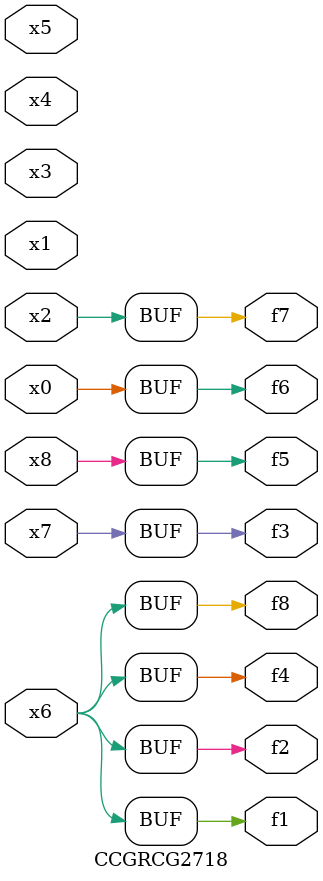
<source format=v>
module CCGRCG2718(
	input x0, x1, x2, x3, x4, x5, x6, x7, x8,
	output f1, f2, f3, f4, f5, f6, f7, f8
);
	assign f1 = x6;
	assign f2 = x6;
	assign f3 = x7;
	assign f4 = x6;
	assign f5 = x8;
	assign f6 = x0;
	assign f7 = x2;
	assign f8 = x6;
endmodule

</source>
